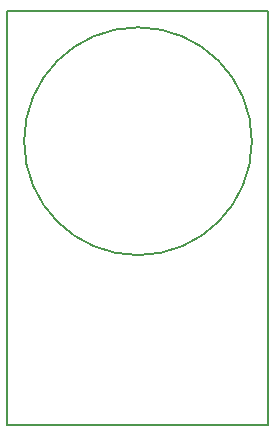
<source format=gto>
G04 (created by PCBNEW (22-Jun-2014 BZR 4027)-stable) date Tue 01 Nov 2016 19:47:25 GMT*
%MOIN*%
G04 Gerber Fmt 3.4, Leading zero omitted, Abs format*
%FSLAX34Y34*%
G01*
G70*
G90*
G04 APERTURE LIST*
%ADD10C,0.00590551*%
G04 APERTURE END LIST*
G54D10*
X80596Y-42600D02*
G75*
G03X80596Y-42600I-3796J0D01*
G74*
G01*
X72450Y-52050D02*
X72450Y-38250D01*
X72450Y-38250D02*
X81150Y-38250D01*
X81150Y-38250D02*
X81150Y-52050D01*
X72450Y-52050D02*
X81150Y-52050D01*
M02*

</source>
